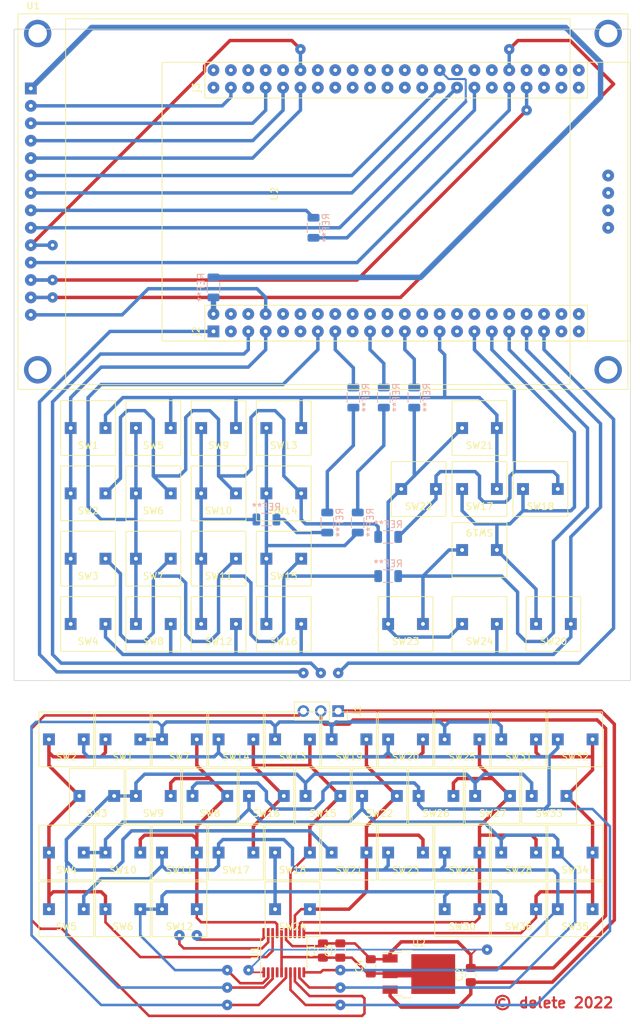
<source format=kicad_pcb>
(kicad_pcb (version 20211014) (generator pcbnew)
  (layers (0 "F.Cu" signal) (31 "B.Cu" signal) (34 "B.Paste" user) (35 "F.Paste" user) (36 "B.SilkS" user "B.Silkscreen") (37 "F.SilkS" user "F.Silkscreen") (38 "B.Mask" user) (39 "F.Mask" user) (44 "Edge.Cuts" user))
  (net 0 "")
  (net 1 "col_1")
  (net 2 "row_1")
  (net 3 "row_2")
  (net 4 "row_3")
  (net 5 "row_4")
  (net 6 "col_2")
  (net 7 "col_3")
  (net 8 "col_4")
  (net 16 "unconnected-(U2-Pad39)")
  (net 21 "col_5")
  (net 22 "col_6")
  (net 23 "qspi_flash")
  (net 24 "sd")
  (net 32 "usb")
  (net 34 "btn_1")
  (net 35 "led_1")
  (net 39 "btn_2")
  (net 40 "cs_tft")
  (net 41 "reset_tft")
  (net 42 "dc_tft")
  (net 43 "mosi_tft")
  (net 44 "sck_tft")
  (net 45 "led_tft")
  (net 46 "miso_tft")
  (net 47 "sck_touch")
  (net 48 "cs_touch")
  (net 49 "mosi_touch")
  (net 50 "miso_touch")
  (net 51 "irg_touch")
  (net 52 "uart_rx_keyboard")
  (net 53 "+5V")
  (net 54 "GND")
  (net 55 "+3V3")
  (footprint "my_lib:btn_8x8" (layer "F.Cu") (at 112.29 150.1775)
    (fp_text reference "SW35")
    (fp_text value "SW_DIP_x01")
  )
  (footprint "my_lib:btn_8x8" (layer "F.Cu") (at 50.695 99.06)
    (fp_text reference "SW7")
    (fp_text value "SW_DIP_x01")
  )
  (footprint "my_lib:btn_8x8" (layer "F.Cu") (at 41.17 99.06)
    (fp_text reference "SW3")
    (fp_text value "SW_DIP_x01")
  )
  (footprint "my_lib:C_0805_2012Metric_Pad1.18x1.45mm_HandSolder" (layer "F.Cu") (at 72.92 156.21 90)
    (fp_text reference "C1")
    (fp_text value "100nF")
  )
  (footprint "my_lib:btn_8x8" (layer "F.Cu") (at 87.525 108.585)
    (fp_text reference "SW23")
    (fp_text value "SW_DIP_x01")
  )
  (footprint "my_lib:btn_8x8" (layer "F.Cu") (at 41.17 108.585)
    (fp_text reference "SW4")
    (fp_text value "SW_DIP_x01")
  )
  (footprint "my_lib:btn_8x8" (layer "F.Cu") (at 41.17 80.01)
    (fp_text reference "SW1")
    (fp_text value "SW_DIP_x01")
  )
  (footprint "my_lib:PinSocket_1x03_P2.54mm_Vertical" (layer "F.Cu") (at 75.146803 121.285 -90)
    (fp_text reference "J1")
    (fp_text value "Conn_01x03")
  )
  (footprint "my_lib:btn_8x8" (layer "F.Cu") (at 50.695 89.535)
    (fp_text reference "SW6")
    (fp_text value "SW_DIP_x01")
  )
  (footprint "my_lib:C_0805_2012Metric_Pad1.18x1.45mm_HandSolder" (layer "F.Cu") (at 94.51 159.7875 90)
    (fp_text reference "C2")
    (fp_text value "10mF")
  )
  (footprint "my_lib:btn_8x8" (layer "F.Cu") (at 54.505 150.1775)
    (fp_text reference "SW12")
    (fp_text value "SW_DIP_x01")
  )
  (footprint "my_lib:btn_8x8" (layer "F.Cu") (at 75.46 133.6675)
    (fp_text reference "SW15")
    (fp_text value "SW_DIP_x01")
  )
  (footprint "my_lib:btn_8x8" (layer "F.Cu") (at 79.27 141.9225)
    (fp_text reference "SW21")
    (fp_text value "SW_DIP_x01")
  )
  (footprint "my_lib:btn_8x8" (layer "F.Cu") (at 37.995 125.4125)
    (fp_text reference "SW2")
    (fp_text value "SW_DIP_x01")
  )
  (footprint "my_lib:btn_8x8" (layer "F.Cu") (at 54.505 141.9225)
    (fp_text reference "SW11")
    (fp_text value "SW_DIP_x01")
  )
  (footprint "my_lib:btn_8x8" (layer "F.Cu") (at 83.715 133.6675)
    (fp_text reference "SW22")
    (fp_text value "SW_DIP_x01")
  )
  (footprint "my_lib:C_0805_2012Metric_Pad1.18x1.45mm_HandSolder" (layer "F.Cu") (at 75.46 156.21 90)
    (fp_text reference "C3")
    (fp_text value "4.7mF")
  )
  (footprint "my_lib:btn_8x8" (layer "F.Cu") (at 60.22 108.585)
    (fp_text reference "SW12")
    (fp_text value "SW_DIP_x01")
  )
  (footprint "my_lib:btn_8x8" (layer "F.Cu") (at 46.25 141.9225)
    (fp_text reference "SW10")
    (fp_text value "SW_DIP_x01")
  )
  (footprint "my_lib:btn_8x8" (layer "F.Cu") (at 112.29 125.4125)
    (fp_text reference "SW32")
    (fp_text value "SW_DIP_x01")
  )
  (footprint "my_lib:btn_8x8" (layer "F.Cu") (at 67.205 133.6675)
    (fp_text reference "SW16")
    (fp_text value "SW_DIP_x01")
  )
  (footprint "my_lib:btn_8x8" (layer "F.Cu") (at 60.22 89.535)
    (fp_text reference "SW10")
    (fp_text value "SW_DIP_x01")
  )
  (footprint "my_lib:C_0805_2012Metric_Pad1.18x1.45mm_HandSolder" (layer "F.Cu") (at 79.905 158.5175 90)
    (fp_text reference "C4")
    (fp_text value "22mF")
  )
  (footprint "my_lib:btn_8x8" (layer "F.Cu") (at 104.035 125.4125)
    (fp_text reference "SW31")
    (fp_text value "SW_DIP_x01")
  )
  (footprint "my_lib:stm32h734vit6_black_super_pill" (layer "F.Cu") (at 56.94 65.915 90)
    (fp_text reference "U2")
    (fp_text value "stm32h743vit6_black_super_pill")
  )
  (footprint "my_lib:btn_8x8" (layer "F.Cu") (at 104.035 150.1775)
    (fp_text reference "SW36")
    (fp_text value "SW_DIP_x01")
  )
  (footprint "my_lib:btn_8x8" (layer "F.Cu") (at 42.44 133.6675)
    (fp_text reference "SW3")
    (fp_text value "SW_DIP_x01")
  )
  (footprint "my_lib:btn_8x8" (layer "F.Cu") (at 104.035 141.9225)
    (fp_text reference "SW28")
    (fp_text value "SW_DIP_x01")
  )
  (footprint "my_lib:btn_8x8" (layer "F.Cu") (at 62.76 141.9225)
    (fp_text reference "SW17")
    (fp_text value "SW_DIP_x01")
  )
  (footprint "my_lib:btn_8x8" (layer "F.Cu") (at 95.78 141.9225)
    (fp_text reference "SW29")
    (fp_text value "SW_DIP_x01")
  )
  (footprint "my_lib:btn_8x8" (layer "F.Cu") (at 98.32 80.01)
    (fp_text reference "SW21")
    (fp_text value "SW_DIP_x01")
  )
  (footprint "my_lib:TSSOP-20_4.4x6.5mm_P0.65mm" (layer "F.Cu") (at 67.205 156.5275 90)
    (fp_text reference "U1")
    (fp_text value "STM32F030F4Px")
  )
  (footprint "my_lib:TO-252-3_TabPin2" (layer "F.Cu") (at 86.925 159.64)
    (fp_text reference "U2")
    (fp_text value "AMS1117CD-3.3")
  )
  (footprint "my_lib:btn_8x8" (layer "F.Cu") (at 109.115 108.585)
    (fp_text reference "SW20")
    (fp_text value "SW_DIP_x01")
  )
  (footprint "my_lib:btn_8x8" (layer "F.Cu") (at 54.505 125.4125)
    (fp_text reference "SW7")
    (fp_text value "SW_DIP_x01")
  )
  (footprint "my_lib:btn_8x8" (layer "F.Cu") (at 108.48 133.6675)
    (fp_text reference "SW33")
    (fp_text value "SW_DIP_x01")
  )
  (footprint "my_lib:btn_8x8" (layer "F.Cu") (at 37.995 141.9225)
    (fp_text reference "SW4")
    (fp_text value "SW_DIP_x01")
  )
  (footprint "my_lib:btn_8x8" (layer "F.Cu") (at 91.97 133.6675)
    (fp_text reference "SW26")
    (fp_text value "SW_DIP_x01")
  )
  (footprint "my_lib:btn_8x8" (layer "F.Cu") (at 71.015 125.4125)
    (fp_text reference "SW13")
    (fp_text value "SW_DIP_x01")
  )
  (footprint "my_lib:btn_8x8" (layer "F.Cu") (at 112.29 141.9225)
    (fp_text reference "SW34")
    (fp_text value "SW_DIP_x01")
  )
  (footprint "my_lib:btn_8x8" (layer "F.Cu") (at 107.21 88.9)
    (fp_text reference "SW18")
    (fp_text value "SW_DIP_x01")
  )
  (footprint "my_lib:btn_8x8" (layer "F.Cu") (at 87.525 141.9225)
    (fp_text reference "SW23")
    (fp_text value "SW_DIP_x01")
  )
  (footprint "my_lib:btn_8x8" (layer "F.Cu") (at 79.27 125.4125)
    (fp_text reference "SW19")
    (fp_text value "SW_DIP_x01")
  )
  (footprint "my_lib:btn_8x8" (layer "F.Cu") (at 46.25 125.4125)
    (fp_text reference "SW1")
    (fp_text value "SW_DIP_x01")
  )
  (footprint "my_lib:btn_8x8" (layer "F.Cu") (at 100.225 133.6675)
    (fp_text reference "SW27")
    (fp_text value "SW_DIP_x01")
  )
  (footprint "my_lib:btn_8x8" (layer "F.Cu") (at 50.695 108.585)
    (fp_text reference "SW8")
    (fp_text value "SW_DIP_x01")
  )
  (footprint "my_lib:btn_8x8" (layer "F.Cu") (at 98.32 108.585)
    (fp_text reference "SW24")
    (fp_text value "SW_DIP_x01")
  )
  (footprint "my_lib:btn_8x8" (layer "F.Cu") (at 69.745 89.535)
    (fp_text reference "SW14")
    (fp_text value "SW_DIP_x01")
  )
  (footprint "my_lib:btn_8x8" (layer "F.Cu") (at 50.695 133.6675)
    (fp_text reference "SW9")
    (fp_text value "SW_DIP_x01")
  )
  (footprint "my_lib:btn_8x8" (layer "F.Cu") (at 71.015 150.1775)
    (fp_text reference "SW24")
    (fp_text value "SW_DIP_x01")
  )
  (footprint "my_lib:btn_8x8" (layer "F.Cu") (at 41.17 89.535)
    (fp_text reference "SW2")
    (fp_text value "SW_DIP_x01")
  )
  (footprint "my_lib:btn_8x8" (layer "F.Cu") (at 95.78 150.1775)
    (fp_text reference "SW30")
    (fp_text value "SW_DIP_x01")
  )
  (footprint "my_lib:btn_8x8" (layer "F.Cu") (at 89.43 88.9)
    (fp_text reference "SW22")
    (fp_text value "SW_DIP_x01")
  )
  (footprint "my_lib:btn_8x8" (layer "F.Cu") (at 69.745 108.585)
    (fp_text reference "SW16")
    (fp_text value "SW_DIP_x01")
  )
  (footprint "my_lib:btn_8x8" (layer "F.Cu") (at 95.78 125.4125)
    (fp_text reference "SW25")
    (fp_text value "SW_DIP_x01")
  )
  (footprint "my_lib:ili9341_3.2" (layer "F.Cu") (at 30.27 30.48)
    (fp_text reference "U1")
    (fp_text value "ili9341_touch_3.2")
  )
  (footprint "my_lib:btn_8x8" (layer "F.Cu") (at 69.745 80.01)
    (fp_text reference "SW13")
    (fp_text value "SW_DIP_x01")
  )
  (footprint "my_lib:btn_8x8" (layer "F.Cu") (at 87.525 125.4125)
    (fp_text reference "SW20")
    (fp_text value "SW_DIP_x01")
  )
  (footprint "my_lib:btn_8x8" (layer "F.Cu") (at 62.76 125.4125)
    (fp_text reference "SW14")
    (fp_text value "SW_DIP_x01")
  )
  (footprint "my_lib:btn_8x8" (layer "F.Cu") (at 71.015 141.9225)
    (fp_text reference "SW18")
    (fp_text value "SW_DIP_x01")
  )
  (footprint "my_lib:btn_8x8" (layer "F.Cu") (at 50.695 80.01)
    (fp_text reference "SW5")
    (fp_text value "SW_DIP_x01")
  )
  (footprint "my_lib:btn_8x8" (layer "F.Cu") (at 58.95 133.6675)
    (fp_text reference "SW8")
    (fp_text value "SW_DIP_x01")
  )
  (footprint "my_lib:btn_8x8" (layer "F.Cu") (at 93.24 97.79 180)
    (fp_text reference "SW19")
    (fp_text value "SW_DIP_x01")
  )
  (footprint "my_lib:btn_8x8" (layer "F.Cu") (at 46.25 150.1775)
    (fp_text reference "SW6")
    (fp_text value "SW_DIP_x01")
  )
  (footprint "my_lib:btn_8x8" (layer "F.Cu") (at 60.22 80.01)
    (fp_text reference "SW9")
    (fp_text value "SW_DIP_x01")
  )
  (footprint "my_lib:btn_8x8" (layer "F.Cu") (at 98.32 88.9)
    (fp_text reference "SW17")
    (fp_text value "SW_DIP_x01")
  )
  (footprint "my_lib:btn_8x8" (layer "F.Cu") (at 60.22 99.06)
    (fp_text reference "SW11")
    (fp_text value "SW_DIP_x01")
  )
  (footprint "my_lib:btn_8x8" (layer "F.Cu") (at 69.745 99.06)
    (fp_text reference "SW15")
    (fp_text value "SW_DIP_x01")
  )
  (footprint "my_lib:btn_8x8" (layer "F.Cu") (at 37.995 150.1775)
    (fp_text reference "SW5")
    (fp_text value "SW_DIP_x01")
  )
  (footprint "Resistor_SMD:R_1206_3216Metric" (layer "B.Cu") (at 82.445 95.885 180)
    (fp_text reference "REF**")
    (fp_text value "R_1206_3216Metric")
  )
  (footprint "Resistor_SMD:R_1206_3216Metric" (layer "B.Cu") (at 82.445 101.6 180)
    (fp_text reference "REF**")
    (fp_text value "R_1206_3216Metric")
  )
  (footprint "Resistor_SMD:R_1206_3216Metric" (layer "B.Cu") (at 81.81 75.565 90)
    (fp_text reference "REF**")
    (fp_text value "R_1206_3216Metric")
  )
  (footprint "Resistor_SMD:R_1206_3216Metric" (layer "B.Cu") (at 56.94 59.4975 -90)
    (fp_text reference "REF**")
    (fp_text value "R_1206_3216Metric")
  )
  (footprint "Resistor_SMD:R_1206_3216Metric" (layer "B.Cu") (at 77.365 75.565 90)
    (fp_text reference "REF**")
    (fp_text value "R_1206_3216Metric")
  )
  (footprint "Resistor_SMD:R_1206_3216Metric" (layer "B.Cu") (at 78 93.7875 90)
    (fp_text reference "REF**")
    (fp_text value "R_1206_3216Metric")
  )
  (footprint "Resistor_SMD:R_1206_3216Metric" (layer "B.Cu") (at 64.665 93.345 180)
    (fp_text reference "REF**")
    (fp_text value "R_1206_3216Metric")
  )
  (footprint "Resistor_SMD:R_1206_3216Metric" (layer "B.Cu") (at 71.545 50.8 90)
    (fp_text reference "REF**")
    (fp_text value "R_1206_3216Metric")
  )
  (footprint "Resistor_SMD:R_1206_3216Metric" (layer "B.Cu") (at 86.255 75.565 90)
    (fp_text reference "REF**")
    (fp_text value "R_1206_3216Metric")
  )
  (footprint "Resistor_SMD:R_1206_3216Metric" (layer "B.Cu") (at 73.555 93.7875 90)
    (fp_text reference "REF**")
    (fp_text value "R_1206_3216Metric")
  )
  (gr_rect (start 27.815 21.84) (end 117.815 116.84) (layer "Edge.Cuts") (width 0.1) (fill none))
  (gr_text "© delete 2022" (at 106.575 163.83) (layer "F.Cu") (effects (font (size 1.5 1.5) (thickness 0.3))))
  (segment (start 65.58 156.2475) (end 64.665 157.1625) (width 0.375) (layer "F.Cu") (net 0))
  (segment (start 92.605 154.94) (end 94.51 156.845) (width 0.5) (layer "F.Cu") (net 0))
  (segment (start 54.505 140.0175) (end 54.505 138.1125) (width 0.5) (layer "F.Cu") (net 0))
  (segment (start 32.915 125.4125) (end 32.915 129.2225) (width 0.5) (layer "F.Cu") (net 0))
  (segment (start 112.29 137.4775) (end 108.48 133.6675) (width 0.5) (layer "F.Cu") (net 0))
  (segment (start 94.51 162.56) (end 94.51 160.825) (width 0.5) (layer "F.Cu") (net 0))
  (segment (start 41.17 152.0825) (end 41.17 150.1775) (width 0.375) (layer "F.Cu") (net 0))
  (segment (start 73.178579 123.19) (end 72.606803 122.618224) (width 0.5) (layer "F.Cu") (net 0))
  (segment (start 104.67 147.6375) (end 112.29 147.6375) (width 0.5) (layer "F.Cu") (net 0))
  (segment (start 104.035 151.4475) (end 104.035 150.1775) (width 0.375) (layer "F.Cu") (net 0))
  (segment (start 104.035 140.0175) (end 103.4 139.3825) (width 0.5) (layer "F.Cu") (net 0))
  (segment (start 92.605 164.465) (end 94.51 162.56) (width 0.5) (layer "F.Cu") (net 0))
  (segment (start 46.25 157.1625) (end 41.17 152.0825) (width 0.375) (layer "F.Cu") (net 0))
  (segment (start 33.55 147.6375) (end 32.915 148.2725) (width 0.5) (layer "F.Cu") (net 0))
  (segment (start 69.745 150.1775) (end 71.015 150.1775) (width 0.375) (layer "F.Cu") (net 0))
  (segment (start 95.280064 156.074936) (end 94.51 156.845) (width 0.25) (layer "F.Cu") (net 0))
  (segment (start 66.23 153.665) (end 66.23 152.3775) (width 0.375) (layer "F.Cu") (net 0))
  (segment (start 46.25 140.0175) (end 46.885 139.3825) (width 0.5) (layer "F.Cu") (net 0))
  (segment (start 86.89 127.9525) (end 79.27 127.9525) (width 0.5) (layer "F.Cu") (net 0))
  (segment (start 41.17 127.3175) (end 41.17 125.4125) (width 0.5) (layer "F.Cu") (net 0))
  (segment (start 62.76 138.1125) (end 67.205 133.6675) (width 0.5) (layer "F.Cu") (net 0))
  (segment (start 72.92 159.0675) (end 75.46 159.0675) (width 0.375) (layer "F.Cu") (net 0))
  (segment (start 54.505 125.4125) (end 54.505 129.2225) (width 0.5) (layer "F.Cu") (net 0))
  (segment (start 40.535 147.6375) (end 33.55 147.6375) (width 0.5) (layer "F.Cu") (net 0))
  (segment (start 79.27 138.1125) (end 83.715 133.6675) (width 0.5) (layer "F.Cu") (net 0))
  (segment (start 72.587206 121.286923) (end 72.606803 121.267326) (width 0.5) (layer "F.Cu") (net 0))
  (segment (start 115.465 151.765) (end 115.465 123.19) (width 0.5) (layer "F.Cu") (net 0))
  (segment (start 62.76 141.9225) (end 62.76 138.1125) (width 0.5) (layer "F.Cu") (net 0))
  (segment (start 62.376984 159.39) (end 62.053957 159.066973) (width 0.25) (layer "F.Cu") (net 0))
  (segment (start 51.965 153.9875) (end 51.965 155.2575) (width 0.375) (layer "F.Cu") (net 0))
  (segment (start 54.505 129.2225) (end 56.41 131.1275) (width 0.5) (layer "F.Cu") (net 0))
  (segment (start 68.18 144.7575) (end 71.015 141.9225) (width 0.375) (layer "F.Cu") (net 0))
  (segment (start 91.97 133.6675) (end 91.97 131.7625) (width 0.5) (layer "F.Cu") (net 0))
  (segment (start 82.605 157.48) (end 82.725 157.36) (width 0.375) (layer "F.Cu") (net 0))
  (segment (start 64.93 154.9925) (end 64.93 153.665) (width 0.375) (layer "F.Cu") (net 0))
  (segment (start 72.5975 159.39) (end 72.92 159.0675) (width 0.375) (layer "F.Cu") (net 0))
  (segment (start 72.606803 122.618224) (end 72.606803 121.285) (width 0.5) (layer "F.Cu") (net 0))
  (segment (start 71.015 129.2225) (end 75.46 133.6675) (width 0.5) (layer "F.Cu") (net 0))
  (segment (start 96.890443 156.074936) (end 95.280064 156.074936) (width 0.25) (layer "F.Cu") (net 0))
  (segment (start 95.78 141.9225) (end 95.78 139.3825) (width 0.5) (layer "F.Cu") (net 0))
  (segment (start 112.29 129.8575) (end 108.48 133.6675) (width 0.5) (layer "F.Cu") (net 0))
  (segment (start 60.855 160.9725) (end 58.95 159.0675) (width 0.375) (layer "F.Cu") (net 0))
  (segment (start 95.78 139.3825) (end 95.78 138.1125) (width 0.5) (layer "F.Cu") (net 0))
  (segment (start 52.6 155.8925) (end 64.03 155.8925) (width 0.375) (layer "F.Cu") (net 0))
  (segment (start 104.035 141.9225) (end 104.035 140.0175) (width 0.5) (layer "F.Cu") (net 0))
  (segment (start 32.915 129.2225) (end 37.36 133.6675) (width 0.5) (layer "F.Cu") (net 0))
  (segment (start 33.55 127.9525) (end 40.535 127.9525) (width 0.5) (layer "F.Cu") (net 0))
  (segment (start 82.725 162.84) (end 84.35 164.465) (width 0.5) (layer "F.Cu") (net 0))
  (segment (start 54.505 151.4475) (end 54.505 150.1775) (width 0.375) (layer "F.Cu") (net 0))
  (segment (start 54.505 138.1125) (end 58.95 133.6675) (width 0.5) (layer "F.Cu") (net 0))
  (segment (start 87.525 127.3175) (end 86.89 127.9525) (width 0.5) (layer "F.Cu") (net 0))
  (segment (start 95.78 138.1125) (end 100.225 133.6675) (width 0.5) (layer "F.Cu") (net 0))
  (segment (start 112.925 122.555) (end 112.895489 122.584511) (width 0.5) (layer "F.Cu") (net 0))
  (segment (start 112.29 125.4125) (end 112.29 127.9525) (width 0.5) (layer "F.Cu") (net 0))
  (segment (start 104.035 150.1775) (end 104.035 148.2725) (width 0.5) (layer "F.Cu") (net 0))
  (segment (start 79.27 125.4125) (end 79.27 127.9525) (width 0.5) (layer "F.Cu") (net 0))
  (segment (start 95.78 150.1775) (end 95.78 141.9225) (width 0.5) (layer "F.Cu") (net 0))
  (segment (start 95.78 125.4125) (end 95.78 129.2225) (width 0.5) (layer "F.Cu") (net 0))
  (segment (start 66.23 152.3775) (end 65.935 152.0825) (width 0.375) (layer "F.Cu") (net 0))
  (segment (start 50.695 131.7625) (end 51.33 131.1275) (width 0.5) (layer "F.Cu") (net 0))
  (segment (start 64.301244 161.6075) (end 65.58 160.328744) (width 0.375) (layer "F.Cu") (net 0))
  (segment (start 64.28 154.3725) (end 64.03 154.6225) (width 0.375) (layer "F.Cu") (net 0))
  (segment (start 72.92 157.2475) (end 75.46 157.2475) (width 0.375) (layer "F.Cu") (net 0))
  (segment (start 114.195 151.13) (end 114.195 123.825) (width 0.5) (layer "F.Cu") (net 0))
  (segment (start 112.29 150.1775) (end 112.29 147.6375) (width 0.5) (layer "F.Cu") (net 0))
  (segment (start 94.51 160.825) (end 106.405 160.825) (width 0.5) (layer "F.Cu") (net 0))
  (segment (start 72.8425 157.17) (end 72.92 157.2475) (width 0.375) (layer "F.Cu") (net 0))
  (segment (start 58.95 164.1475) (end 63.54875 164.1475) (width 0.375) (layer "F.Cu") (net 0))
  (segment (start 103.4 139.3825) (end 95.78 139.3825) (width 0.5) (layer "F.Cu") (net 0))
  (segment (start 51.965 155.2575) (end 52.6 155.8925) (width 0.375) (layer "F.Cu") (net 0))
  (segment (start 70.38 164.1475) (end 75.46 164.1475) (width 0.375) (layer "F.Cu") (net 0))
  (segment (start 76.73 150.1775) (end 79.27 147.6375) (width 0.5) (layer "F.Cu") (net 0))
  (segment (start 62.76 125.4125) (end 62.76 129.2225) (width 0.5) (layer "F.Cu") (net 0))
  (segment (start 104.035 127.3175) (end 104.67 127.9525) (width 0.5) (layer "F.Cu") (net 0))
  (segment (start 64.28 159.39) (end 62.376984 159.39) (width 0.25) (layer "F.Cu") (net 0))
  (segment (start 69.745 152.0825) (end 95.145 152.0825) (width 0.375) (layer "F.Cu") (net 0))
  (segment (start 106.575 158.75) (end 114.195 151.13) (width 0.5) (layer "F.Cu") (net 0))
  (segment (start 50.695 133.6675) (end 50.695 131.7625) (width 0.5) (layer "F.Cu") (net 0))
  (segment (start 82.725 161.92) (end 82.725 162.84) (width 0.5) (layer "F.Cu") (net 0))
  (segment (start 69.48 159.39) (end 69.48 160.16625) (width 0.375) (layer "F.Cu") (net 0))
  (segment (start 69.48 152.3475) (end 69.745 152.0825) (width 0.375) (layer "F.Cu") (net 0))
  (segment (start 66.88 157.17) (end 72.8425 157.17) (width 0.375) (layer "F.Cu") (net 0))
  (segment (start 82.725 157.36) (end 82.725 156.565) (width 0.5) (layer "F.Cu") (net 0))
  (segment (start 51.33 131.1275) (end 56.41 131.1275) (width 0.5) (layer "F.Cu") (net 0))
  (segment (start 72.5175 155.575) (end 72.92 155.1725) (width 0.375) (layer "F.Cu") (net 0))
  (segment (start 67.53 154.63) (end 68.475 155.575) (width 0.375) (layer "F.Cu") (net 0))
  (segment (start 67.53 160.16625) (end 67.53 159.39) (width 0.375) (layer "F.Cu") (net 0))
  (segment (start 106.405 160.825) (end 115.465 151.765) (width 0.5) (layer "F.Cu") (net 0))
  (segment (start 54.505 154.6225) (end 54.505 153.9875) (width 0.375) (layer "F.Cu") (net 0))
  (segment (start 114.195 123.825) (end 112.925 122.555) (width 0.5) (layer "F.Cu") (net 0))
  (segment (start 92.605 131.1275) (end 97.685 131.1275) (width 0.5) (layer "F.Cu") (net 0))
  (segment (start 87.525 140.0175) (end 86.89 139.3825) (width 0.5) (layer "F.Cu") (net 0))
  (segment (start 67.53 153.665) (end 67.53 154.63) (width 0.375) (layer "F.Cu") (net 0))
  (segment (start 79.905 157.48) (end 82.605 157.48) (width 0.375) (layer "F.Cu") (net 0))
  (segment (start 65.58 153.665) (end 65.58 156.2475) (width 0.375) (layer "F.Cu") (net 0))
  (segment (start 32.915 125.4125) (end 32.915 127.3175) (width 0.5) (layer "F.Cu") (net 0))
  (segment (start 71.015 150.1775) (end 76.73 150.1775) (width 0.5) (layer "F.Cu") (net 0))
  (segment (start 68.18 161.9475) (end 70.38 164.1475) (width 0.375) (layer "F.Cu") (net 0))
  (segment (start 69.48 160.16625) (end 70.92125 161.6075) (width 0.375) (layer "F.Cu") (net 0))
  (segment (start 64.93 159.39) (end 64.93 160.16625) (width 0.375) (layer "F.Cu") (net 0))
  (segment (start 79.905 159.555) (end 82.64 159.555) (width 0.375) (layer "F.Cu") (net 0))
  (segment (start 104.67 127.9525) (end 112.29 127.9525) (width 0.5) (layer "F.Cu") (net 0))
  (segment (start 68.18 153.665) (end 68.18 144.7575) (width 0.375) (layer "F.Cu") (net 0))
  (segment (start 32.915 141.9225) (end 32.915 138.1125) (width 0.5) (layer "F.Cu") (net 0))
  (segment (start 70.92125 161.6075) (end 75.46 161.6075) (width 0.375) (layer "F.Cu") (net 0))
  (segment (start 79.27 147.6375) (end 79.27 141.9225) (width 0.5) (layer "F.Cu") (net 0))
  (segment (start 94.51 156.845) (end 94.51 158.75) (width 0.5) (layer "F.Cu") (net 0))
  (segment (start 46.885 139.3825) (end 53.87 139.3825) (width 0.5) (layer "F.Cu") (net 0))
  (segment (start 69.48 153.665) (end 69.48 152.3475) (width 0.375) (layer "F.Cu") (net 0))
  (segment (start 115.465 123.19) (end 113.56 121.285) (width 0.5) (layer "F.Cu") (net 0))
  (segment (start 77.5975 155.1725) (end 75.46 155.1725) (width 0.375) (layer "F.Cu") (net 0))
  (segment (start 68.475 155.575) (end 72.5175 155.575) (width 0.375) (layer "F.Cu") (net 0))
  (segment (start 97.685 131.1275) (end 100.225 133.6675) (width 0.5) (layer "F.Cu") (net 0))
  (segment (start 112.29 141.9225) (end 112.29 137.4775) (width 0.5) (layer "F.Cu") (net 0))
  (segment (start 87.525 141.9225) (end 87.525 140.0175) (width 0.5) (layer "F.Cu") (net 0))
  (segment (start 64.665 157.1625) (end 46.25 157.1625) (width 0.375) (layer "F.Cu") (net 0))
  (segment (start 64.28 153.665) (end 64.28 154.3725) (width 0.375) (layer "F.Cu") (net 0))
  (segment (start 65.58 160.328744) (end 65.58 159.39) (width 0.375) (layer "F.Cu") (net 0))
  (segment (start 41.17 148.2725) (end 40.535 147.6375) (width 0.5) (layer "F.Cu") (net 0))
  (segment (start 86.89 139.3825) (end 79.27 139.3825) (width 0.5) (layer "F.Cu") (net 0))
  (segment (start 53.87 139.3825) (end 54.505 140.0175) (width 0.5) (layer "F.Cu") (net 0))
  (segment (start 63.54875 164.1475) (end 67.53 160.16625) (width 0.375) (layer "F.Cu") (net 0))
  (segment (start 79.27 141.9225) (end 79.27 139.3825) (width 0.5) (layer "F.Cu") (net 0))
  (segment (start 79.44 159.555) (end 77.1325 157.2475) (width 0.375) (layer "F.Cu") (net 0))
  (segment (start 56.41 131.1275) (end 58.95 133.6675) (width 0.5) (layer "F.Cu") (net 0))
  (segment (start 79.27 129.2225) (end 83.715 133.6675) (width 0.5) (layer "F.Cu") (net 0))
  (segment (start 82.64 159.555) (end 82.725 159.64) (width 0.375) (layer "F.Cu") (net 0))
  (segment (start 95.145 152.0825) (end 95.78 151.4475) (width 0.375) (layer "F.Cu") (net 0))
  (segment (start 66.88 153.665) (end 66.88 157.17) (width 0.375) (layer "F.Cu") (net 0))
  (segment (start 64.93 160.16625) (end 64.12375 160.9725) (width 0.375) (layer "F.Cu") (net 0))
  (segment (start 70.13 159.39) (end 72.5975 159.39) (width 0.375) (layer "F.Cu") (net 0))
  (segment (start 32.915 148.2725) (end 32.915 150.1775) (width 0.5) (layer "F.Cu") (net 0))
  (segment (start 40.535 127.9525) (end 41.17 127.3175) (width 0.5) (layer "F.Cu") (net 0))
  (segment (start 32.915 141.9225) (end 32.915 148.2725) (width 0.5) (layer "F.Cu") (net 0))
  (segment (start 71.015 141.9225) (end 71.015 138.1125) (width 0.5) (layer "F.Cu") (net 0))
  (segment (start 41.17 150.1775) (end 41.17 148.2725) (width 0.5) (layer "F.Cu") (net 0))
  (segment (start 101.8175 153.665) (end 104.035 151.4475) (width 0.375) (layer "F.Cu") (net 0))
  (segment (start 55.14 152.0825) (end 54.505 151.4475) (width 0.375) (layer "F.Cu") (net 0))
  (segment (start 112.29 147.6375) (end 112.29 141.9225) (width 0.5) (layer "F.Cu") (net 0))
  (segment (start 58.95 161.6075) (end 64.301244 161.6075) (width 0.375) (layer "F.Cu") (net 0))
  (segment (start 95.78 151.4475) (end 95.78 150.1775) (width 0.375) (layer "F.Cu") (net 0))
  (segment (start 62.76 129.2225) (end 71.015 129.2225) (width 0.5) (layer "F.Cu") (net 0))
  (segment (start 64.03 154.6225) (end 54.505 154.6225) (width 0.375) (layer "F.Cu") (net 0))
  (segment (start 71.015 125.4125) (end 71.015 129.2225) (width 0.5) (layer "F.Cu") (net 0))
  (segment (start 62.76 129.2225) (end 67.205 133.6675) (width 0.5) (layer "F.Cu") (net 0))
  (segment (start 112.895489 122.584511) (end 77.335489 122.584511) (width 0.5) (layer "F.Cu") (net 0))
  (segment (start 77.1325 157.2475) (end 75.46 157.2475) (width 0.375) (layer "F.Cu") (net 0))
  (segment (start 95.78 129.2225) (end 97.685 131.1275) (width 0.5) (layer "F.Cu") (net 0))
  (segment (start 71.015 138.1125) (end 75.46 133.6675) (width 0.5) (layer "F.Cu") (net 0))
  (segment (start 32.915 138.1125) (end 37.36 133.6675) (width 0.5) (layer "F.Cu") (net 0))
  (segment (start 79.905 159.555) (end 79.44 159.555) (width 0.375) (layer "F.Cu") (net 0))
  (segment (start 112.29 127.9525) (end 112.29 129.8575) (width 0.5) (layer "F.Cu") (net 0))
  (segment (start 94.51 158.75) (end 106.575 158.75) (width 0.5) (layer "F.Cu") (net 0))
  (segment (start 91.97 131.7625) (end 92.605 131.1275) (width 0.5) (layer "F.Cu") (net 0))
  (segment (start 79.905 157.48) (end 77.5975 155.1725) (width 0.375) (layer "F.Cu") (net 0))
  (segment (start 54.505 141.9225) (end 54.505 150.1775) (width 0.5) (layer "F.Cu") (net 0))
  (segment (start 113.56 121.285) (end 75.146803 121.285) (width 0.5) (layer "F.Cu") (net 0))
  (segment (start 64.12375 160.9725) (end 60.855 160.9725) (width 0.375) (layer "F.Cu") (net 0))
  (segment (start 68.83 151.0925) (end 69.745 150.1775) (width 0.375) (layer "F.Cu") (net 0))
  (segment (start 87.525 125.4125) (end 87.525 127.3175) (width 0.5) (layer "F.Cu") (net 0))
  (segment (start 46.25 141.9225) (end 46.25 140.0175) (width 0.5) (layer "F.Cu") (net 0))
  (segment (start 77.335489 122.584511) (end 76.73 123.19) (width 0.5) (layer "F.Cu") (net 0))
  (segment (start 84.35 164.465) (end 92.605 164.465) (width 0.5) (layer "F.Cu") (net 0))
  (segment (start 68.18 159.39) (end 68.18 161.9475) (width 0.375) (layer "F.Cu") (net 0))
  (segment (start 79.27 139.3825) (end 79.27 138.1125) (width 0.5) (layer "F.Cu") (net 0))
  (segment (start 104.035 148.2725) (end 104.67 147.6375) (width 0.5) (layer "F.Cu") (net 0))
  (segment (start 79.27 127.9525) (end 79.27 129.2225) (width 0.5) (layer "F.Cu") (net 0))
  (segment (start 84.35 154.94) (end 92.605 154.94) (width 0.5) (layer "F.Cu") (net 0))
  (segment (start 104.035 125.4125) (end 104.035 127.3175) (width 0.5) (layer "F.Cu") (net 0))
  (segment (start 64.03 155.8925) (end 64.93 154.9925) (width 0.375) (layer "F.Cu") (net 0))
  (segment (start 72.92 155.1725) (end 75.46 155.1725) (width 0.375) (layer "F.Cu") (net 0))
  (segment (start 82.725 156.565) (end 84.35 154.94) (width 0.5) (layer "F.Cu") (net 0))
  (segment (start 89.025 159.64) (end 82.725 159.64) (width 1) (layer "F.Cu") (net 0))
  (segment (start 54.505 141.9225) (end 54.505 140.0175) (width 0.5) (layer "F.Cu") (net 0))
  (segment (start 68.83 153.665) (end 68.83 151.0925) (width 0.375) (layer "F.Cu") (net 0))
  (segment (start 76.73 123.19) (end 73.178579 123.19) (width 0.5) (layer "F.Cu") (net 0))
  (segment (start 65.935 152.0825) (end 55.14 152.0825) (width 0.375) (layer "F.Cu") (net 0))
  (segment (start 66.88 157.17) (end 66.88 159.39) (width 0.375) (layer "F.Cu") (net 0))
  (segment (start 70.13 153.665) (end 101.8175 153.665) (width 0.375) (layer "F.Cu") (net 0))
  (segment (start 32.915 127.3175) (end 33.55 127.9525) (width 0.5) (layer "F.Cu") (net 0))
  (via (at 75.46 164.1475) (size 1.524) (drill 0.5) (layers "F.Cu" "B.Cu") (net 0))
  (via (at 54.505 153.9875) (size 1.524) (drill 0.5) (layers "F.Cu" "B.Cu") (net 0))
  (via (at 51.965 153.9875) (size 1.524) (drill 0.5) (layers "F.Cu" "B.Cu") (net 0))
  (via (at 75.46 159.0675) (size 1.524) (drill 0.5) (layers "F.Cu" "B.Cu") (net 0))
  (via (at 96.890443 156.074936) (size 1.524) (drill 0.5) (layers "F.Cu" "B.Cu") (net 0))
  (via (at 58.95 159.0675) (size 1.524) (drill 0.5) (layers "F.Cu" "B.Cu") (net 0))
  (via (at 75.46 161.6075) (size 1.524) (drill 0.5) (layers "F.Cu" "B.Cu") (net 0))
  (via (at 58.95 161.6075) (size 1.524) (drill 0.5) (layers "F.Cu" "B.Cu") (net 0))
  (via (at 62.053957 159.066973) (size 1.524) (drill 0.5) (layers "F.Cu" "B.Cu") (net 0))
  (via (at 58.95 164.1475) (size 1.524) (drill 0.5) (layers "F.Cu" "B.Cu") (net 0))
  (segment (start 95.145 131.7625) (end 95.145 133.6675) (width 0.5) (layer "B.Cu") (net 0))
  (segment (start 54.505 131.7625) (end 63.395 131.7625) (width 0.5) (layer "B.Cu") (net 0))
  (segment (start 65.935 123.5075) (end 66.57 122.8725) (width 0.5) (layer "B.Cu") (net 0))
  (segment (start 65.045994 156.074936) (end 96.890443 156.074936) (width 0.25) (layer "B.Cu") (net 0))
  (segment (start 109.75 144.4625) (end 107.21 141.9225) (width 0.375) (layer "B.Cu") (net 0))
  (segment (start 62.053957 159.066973) (end 65.045994 156.074936) (width 0.25) (layer "B.Cu") (net 0))
  (segment (start 37.995 127.3175) (end 38.63 127.9525) (width 0.5) (layer "B.Cu") (net 0))
  (segment (start 40.535 145.7325) (end 47.52 145.7325) (width 0.5) (layer "B.Cu") (net 0))
  (segment (start 49.425 123.5075) (end 50.06 122.8725) (width 0.5) (layer "B.Cu") (net 0))
  (segment (start 37.995 150.1775) (end 37.995 148.2725) (width 0.5) (layer "B.Cu") (net 0))
  (segment (start 106.575 144.4625) (end 107.21 145.0975) (width 0.5) (layer "B.Cu") (net 0))
  (segment (start 31.01 122.8725) (end 48.79 122.8725) (width 0.375) (layer "B.Cu") (net 0))
  (segment (start 105.94 127.9525) (end 107.21 126.6825) (width 0.5) (layer "B.Cu") (net 0))
  (segment (start 87.525 135.5725) (end 104.67 135.5725) (width 0.5) (layer "B.Cu") (net 0))
  (segment (start 63.395 131.7625) (end 64.665 133.0325) (width 0.5) (layer "B.Cu") (net 0))
  (segment (start 47.52 145.7325) (end 49.425 143.8275) (width 0.5) (layer "B.Cu") (net 0))
  (segment (start 98.32 122.8725) (end 98.955 123.5075) (width 0.5) (layer "B.Cu") (net 0))
  (segment (start 90.065 122.8725) (end 90.7 123.5075) (width 0.5) (layer "B.Cu") (net 0))
  (segment (start 73.555 122.8725) (end 74.19 123.5075) (width 0.5) (layer "B.Cu") (net 0))
  (segment (start 46.25 150.1775) (end 49.425 150.1775) (width 0.5) (layer "B.Cu") (net 0))
  (segment (start 44.98 138.7475) (end 43.71 140.0175) (width 0.5) (layer "B.Cu") (net 0))
  (segment (start 86.255 131.7625) (end 86.89 132.3975) (width 0.5) (layer "B.Cu") (net 0))
  (segment (start 45.615 133.6675) (end 45.615 131.7625) (width 0.5) (layer "B.Cu") (net 0))
  (segment (start 90.7 123.5075) (end 90.7 125.4125) (width 0.5) (layer "B.Cu") (net 0))
  (segment (start 74.825 122.8725) (end 90.065 122.8725) (width 0.5) (layer "B.Cu") (net 0))
  (segment (start 98.955 140.0175) (end 99.59 139.3825) (width 0.5) (layer "B.Cu") (net 0))
  (segment (start 70.38 131.7625) (end 70.38 133.6675) (width 0.5) (layer "B.Cu") (net 0))
  (segment (start 57.045 144.4625) (end 57.68 143.8275) (width 0.5) (layer "B.Cu") (net 0))
  (segment (start 112.29 135.5725) (end 104.67 135.5725) (width 0.375) (layer "B.Cu") (net 0))
  (segment (start 91.335 122.8725) (end 98.32 122.8725) (width 0.5) (layer "B.Cu") (net 0))
  (segment (start 74.19 131.7625) (end 86.255 131.7625) (width 0.5) (layer "B.Cu") (net 0))
  (segment (start 104.67 135.5725) (end 105.305 135.5725) (width 0.5) (layer "B.Cu") (net 0))
  (segment (start 53.87 133.6675) (end 53.87 132.3975) (width 0.5) (layer "B.Cu") (net 0))
  (segment (start 104.035 164.1475) (end 114.83 153.3525) (width 0.375) (layer "B.Cu") (net 0))
  (segment (start 57.045 127.9525) (end 57.68 127.3175) (width 0.5) (layer "B.Cu") (net 0))
  (segment (start 36.725 144.4625) (end 35.455 143.1925) (width 0.5) (layer "B.Cu") (net 0))
  (segment (start 45.615 131.7625) (end 46.885 130.4925) (width 0.5) (layer "B.Cu") (net 0))
  (segment (start 105.94 134.9375) (end 105.94 127.9525) (width 0.5) (layer "B.Cu") (net 0))
  (segment (start 46.25 153.9875) (end 46.25 150.1775) (width 0.375) (layer "B.Cu") (net 0))
  (segment (start 49.425 148.2725) (end 49.425 150.1775) (width 0.5) (layer "B.Cu") (net 0))
  (segment (start 107.21 140.0175) (end 107.21 141.9225) (width 0.5) (layer "B.Cu") (net 0))
  (segment (start 98.955 148.2725) (end 98.955 150.1775) (width 0.5) (layer "B.Cu") (net 0))
  (segment (start 42.44 144.4625) (end 36.725 144.4625) (width 0.5) (layer "B.Cu") (net 0))
  (segment (start 81.81 144.4625) (end 90.065 144.4625) (width 0.5) (layer "B.Cu") (net 0))
  (segment (start 57.68 141.9225) (end 57.68 140.6525) (width 0.5) (layer "B.Cu") (net 0))
  (segment (start 48.79 122.8725) (end 49.425 123.5075) (width 0.375) (layer "B.Cu") (net 0))
  (segment (start 82.445 127.3175) (end 82.445 125.4125) (width 0.5) (layer "B.Cu") (net 0))
  (segment (start 68.475 143.8275) (end 69.11 144.4625) (width 0.5) (layer "B.Cu") (net 0))
  (segment (start 41.17 141.9225) (end 41.17 140.0175) (width 0.5) (layer "B.Cu") (net 0))
  (segment (start 65.935 150.1775) (end 65.935 141.9225) (width 0.5) (layer "B.Cu") (net 0))
  (segment (start 98.32 159.0675) (end 107.21 150.1775) (width 0.375) (layer "B.Cu") (net 0))
  (segment (start 96.415 130.4925) (end 102.13 130.4925) (width 0.5) (layer "B.Cu") (net 0))
  (segment (start 98.955 123.5075) (end 98.955 125.4125) (width 0.5) (layer "B.Cu") (net 0))
  (segment (start 86.89 134.9375) (end 87.525 135.5725) (width 0.5) (layer "B.Cu") (net 0))
  (segment (start 93.875 130.4925) (end 95.145 131.7625) (width 0.5) (layer "B.Cu") (net 0))
  (segment (start 58.315 140.0175) (end 67.205 140.0175) (width 0.5) (layer "B.Cu") (net 0))
  (segment (start 81.81 127.9525) (end 82.445 127.3175) (width 0.5) (layer "B.Cu") (net 0))
  (segment (start 83.08 127.9525) (end 105.94 127.9525) (width 0.5) (layer "B.Cu") (net 0))
  (segment (start 58.95 159.0675) (end 51.33 159.0675) (width 0.375) (layer "B.Cu") (net 0))
  (segment (start 80.54 137.4775) (end 96.415 137.4775) (width 0.5) (layer "B.Cu") (net 0))
  (segment (start 49.425 143.8275) (end 50.06 144.4625) (width 0.5) (layer "B.Cu") (net 0))
  (segment (start 50.06 144.4625) (end 57.045 144.4625) (width 0.5) (layer "B.Cu") (net 0))
  (segment (start 71.65 130.4925) (end 93.875 130.4925) (width 0.5) (layer "B.Cu") (net 0))
  (segment (start 40.535 164.1475) (end 30.375 153.9875) (width 0.375) (layer "B.Cu") (net 0))
  (segment (start 102.13 130.4925) (end 103.4 131.7625) (width 0.5) (layer "B.Cu") (net 0))
  (segment (start 37.995 148.2725) (end 40.535 145.7325) (width 0.5) (layer "B.Cu") (net 0))
  (segment (start 51.33 159.0675) (end 46.25 153.9875) (width 0.375) (layer "B.Cu") (net 0))
  (segment (start 64.03 137.4775) (end 76.73 137.4775) (width 0.5) (layer "B.Cu") (net 0))
  (segment (start 82.445 127.3175) (end 83.08 127.9525) (width 0.5) (layer "B.Cu") (net 0))
  (segment (start 41.17 140.0175) (end 43.71 137.4775) (width 0.5) (layer "B.Cu") (net 0))
  (segment (start 65.935 135.5725) (end 71.65 135.5725) (width 0.5) (layer "B.Cu") (net 0))
  (segment (start 76.73 137.4775) (end 78.635 135.5725) (width 0.5) (layer "B.Cu") (net 0))
  (segment (start 95.145 131.7625) (end 96.415 130.4925) (width 0.5) (layer "B.Cu") (net 0))
  (segment (start 50.06 147.6375) (end 49.425 148.2725) (width 0.5) (layer "B.Cu") (net 0))
  (segment (start 64.665 133.0325) (end 64.665 134.3025) (width 0.5) (layer "B.Cu") (net 0))
  (segment (start 65.935 123.5075) (end 65.935 125.4125) (width 0.5) (layer "B.Cu") (net 0))
  (segment (start 72.92 133.0325) (end 74.19 131.7625) (width 0.5) (layer "B.Cu") (net 0))
  (segment (start 30.375 153.9875) (end 30.375 123.5075) (width 0.375) (layer "B.Cu") (net 0))
  (segment (start 82.445 143.8275) (end 82.445 141.9225) (width 0.5) (layer "B.Cu") (net 0))
  (segment (start 69.11 144.4625) (end 81.81 144.4625) (width 0.5) (layer "B.Cu") (net 0))
  (segment (start 75.46 164.1475) (end 104.035 164.1475) (width 0.375) (layer "B.Cu") (net 0))
  (segment (start 65.3 122.8725) (end 65.935 123.5075) (width 0.5) (layer "B.Cu") (net 0))
  (segment (start 42.44 133.6675) (end 45.615 133.6675) (width 0.5) (layer "B.Cu") (net 0))
  (segment (start 41.805 133.6675) (end 42.44 133.6675) (width 0.5) (layer "B.Cu") (net 0))
  (segment (start 69.11 130.4925) (end 70.38 131.7625) (width 0.5) (layer "B.Cu") (net 0))
  (segment (start 107.21 126.6825) (end 107.21 125.4125) (width 0.5) (layer "B.Cu") (net 0))
  (segment (start 90.7 148.2725) (end 91.335 147.6375) (width 0.5) (layer "B.Cu") (net 0))
  (segment (start 90.065 144.4625) (end 106.575 144.4625) (width 0.5) (layer "B.Cu") (net 0))
  (segment (start 72.92 134.3025) (end 72.92 133.0325) (width 0.5) (layer "B.Cu") (net 0))
  (segment (start 49.425 125.4125) (end 49.425 123.5075) (width 0.5) (layer "B.Cu") (net 0))
  (segment (start 35.455 140.0175) (end 41.805 133.6675) (width 0.5) (layer "B.Cu") (net 0))
  (segment (start 78.635 135.5725) (end 78.635 133.6675) (width 0.5) (layer "B.Cu") (net 0))
  (segment (start 49.425 143.8275) (end 49.425 141.9225) (width 0.5) (layer "B.Cu") (net 0))
  (segment (start 30.375 123.5075) (end 31.01 122.8725) (width 0.375) (layer "B.Cu") (net 0))
  (segment (start 106.575 139.3825) (end 107.21 140.0175) (width 0.5) (layer "B.Cu") (net 0))
  (segment (start 103.4 131.7625) (end 103.4 133.6675) (width 0.5) (layer "B.Cu") (net 0))
  (segment (start 86.89 132.3975) (end 86.89 133.6675) (width 0.5) (layer "B.Cu") (net 0))
  (segment (start 60.22 137.4775) (end 62.125 135.5725) (width 0.5) (layer "B.Cu") (net 0))
  (segment (start 46.885 130.4925) (end 69.11 130.4925) (width 0.5) (layer "B.Cu") (net 0))
  (segment (start 37.995 141.9225) (end 41.17 141.9225) (width 0.5) (layer "B.Cu") (net 0))
  (segment (start 38.63 127.9525) (end 57.045 127.9525) (width 0.5) (layer "B.Cu") (net 0))
  (segment (start 35.455 143.1925) (end 35.455 140.0175) (width 0.5) (layer "B.Cu") (net 0))
  (segment (start 46.25 125.4125) (end 49.425 125.4125) (width 0.5) (layer "B.Cu") (net 0))
  (segment (start 37.995 125.4125) (end 37.995 127.3175) (width 0.5) (layer "B.Cu") (net 0))
  (segment (start 43.71 140.0175) (end 43.71 143.1925) (width 0.5) (layer "B.Cu") (net 0))
  (segment (start 100.225 161.6075) (end 109.75 152.0825) (width 0.375) (layer "B.Cu") (net 0))
  (segment (start 105.305 135.5725) (end 105.94 134.9375) (width 0.5) (layer "B.Cu") (net 0))
  (segment (start 81.81 144.4625) (end 82.445 143.8275) (width 0.5) (layer "B.Cu") (net 0))
  (segment (start 109.75 152.0825) (end 109.75 144.4625) (width 0.375) (layer "B.Cu") (net 0))
  (segment (start 71.015 138.7475) (end 44.98 138.7475) (width 0.5) (layer "B.Cu") (net 0))
  (segment (start 71.65 135.5725) (end 72.92 134.3025) (width 0.5) (layer "B.Cu") (net 0))
  (segment (start 58.95 164.1475) (end 40.535 164.1475) (width 0.375) (layer "B.Cu") (net 0))
  (segment (start 86.89 133.6675) (end 86.89 134.9375) (width 0.5) (layer "B.Cu") (net 0))
  (segment (start 57.68 127.3175) (end 58.315 127.9525) (width 0.5) (layer "B.Cu") (net 0))
  (segment (start 75.46 161.6075) (end 100.225 161.6075) (width 0.375) (layer "B.Cu") (net 0))
  (segment (start 75.46 159.0675) (end 98.32 159.0675) (width 0.375) (layer "B.Cu") (net 0))
  (segment (start 74.19 123.5075) (end 74.825 122.8725) (width 0.5) (layer "B.Cu") (net 0))
  (segment (start 43.075 161.6075) (end 35.455 153.9875) (width 0.375) (layer "B.Cu") (net 0))
  (segment (start 58.95 161.6075) (end 43.075 161.6075) (width 0.375) (layer "B.Cu") (net 0))
  (segment (start 107.21 145.0975) (end 107.21 150.1775) (width 0.5) (layer "B.Cu") (net 0))
  (segment (start 96.415 137.4775) (end 98.955 140.0175) (width 0.5) (layer "B.Cu") (net 0))
  (segment (start 99.59 139.3825) (end 106.575 139.3825) (width 0.5) (layer "B.Cu") (net 0))
  (segment (start 57.68 127.3175) (end 57.68 125.4125) (width 0.5) (layer "B.Cu") (net 0))
  (segment (start 43.71 137.4775) (end 60.22 137.4775) (width 0.5) (layer "B.Cu") (net 0))
  (segment (start 68.475 141.2875) (end 68.475 143.8275) (width 0.5) (layer "B.Cu") (net 0))
  (segment (start 53.87 132.3975) (end 54.505 131.7625) (width 0.5) (layer "B.Cu") (net 0))
  (segment (start 90.7 150.1775) (end 90.7 148.2725) (width 0.5) (layer "B.Cu") (net 0))
  (segment (start 67.205 140.0175) (end 68.475 141.2875) (width 0.5) (layer "B.Cu") (net 0))
  (segment (start 43.71 143.1925) (end 42.44 144.4625) (width 0.5) (layer "B.Cu") (net 0))
  (segment (start 98.955 141.9225) (end 98.955 140.0175) (width 0.5) (layer "B.Cu") (net 0))
  (segment (start 66.57 122.8725) (end 73.555 122.8725) (width 0.5) (layer "B.Cu") (net 0))
  (segment (start 78.635 135.5725) (end 80.54 137.4775) (width 0.5) (layer "B.Cu") (net 0))
  (segment (start 50.06 122.8725) (end 65.3 122.8725) (width 0.5) (layer "B.Cu") (net 0))
  (segment (start 35.455 153.9875) (end 35.455 143.1925) (width 0.375) (layer "B.Cu") (net 0))
  (segment (start 57.68 140.6525) (end 58.315 140.0175) (width 0.5) (layer "B.Cu") (net 0))
  (segment (start 57.68 143.8275) (end 57.68 141.9225) (width 0.5) (layer "B.Cu") (net 0))
  (segment (start 90.7 143.8275) (end 90.7 141.9225) (width 0.5) (layer "B.Cu") (net 0))
  (segment (start 74.19 123.5075) (end 74.19 125.4125) (width 0.5) (layer "B.Cu") (net 0))
  (segment (start 91.335 147.6375) (end 50.06 147.6375) (width 0.5) (layer "B.Cu") (net 0))
  (segment (start 62.125 135.5725) (end 62.125 133.6675) (width 0.5) (layer "B.Cu") (net 0))
  (segment (start 98.32 147.6375) (end 98.955 148.2725) (width 0.5) (layer "B.Cu") (net 0))
  (segment (start 91.335 147.6375) (end 98.32 147.6375) (width 0.5) (layer "B.Cu") (net 0))
  (segment (start 114.83 138.1125) (end 112.29 135.5725) (width 0.375) (layer "B.Cu") (net 0))
  (segment (start 70.38 131.7625) (end 71.65 130.4925) (width 0.5) (layer "B.Cu") (net 0))
  (segment (start 74.19 141.9225) (end 71.015 138.7475) (width 0.5) (layer "B.Cu") (net 0))
  (segment (start 114.83 153.3525) (end 114.83 138.1125) (width 0.375) (layer "B.Cu") (net 0))
  (segment (start 62.125 135.5725) (end 64.03 137.4775) (width 0.5) (layer "B.Cu") (net 0))
  (segment (start 90.7 123.5075) (end 91.335 122.8725) (width 0.5) (layer "B.Cu") (net 0))
  (segment (start 90.065 144.4625) (end 90.7 143.8275) (width 0.5) (layer "B.Cu") (net 0))
  (segment (start 58.315 127.9525) (end 81.81 127.9525) (width 0.5) (layer "B.Cu") (net 0))
  (segment (start 64.665 134.3025) (end 65.935 135.5725) (width 0.5) (layer "B.Cu") (net 0))
  (segment (start 40.535 71.12) (end 62.02 71.12) (width 0.5) (layer "B.Cu") (net 1))
  (segment (start 64.56 68.58) (end 64.56 65.915) (width 0.5) (layer "B.Cu") (net 1))
  (segment (start 36.09 108.585) (end 36.09 80.01) (width 0.5) (layer "B.Cu") (net 1))
  (segment (start 62.02 71.12) (end 64.56 68.58) (width 0.5) (layer "B.Cu") (net 1))
  (segment (start 36.09 75.565) (end 40.535 71.12) (width 0.5) (layer "B.Cu") (net 1))
  (segment (start 36.09 80.01) (end 36.09 75.565) (width 0.5) (layer "B.Cu") (net 1))
  (segment (start 95.78 75.565) (end 98.32 78.105) (width 0.5) (layer "B.Cu") (net 2))
  (segment (start 98.32 80.01) (end 98.32 88.9) (width 0.5) (layer "B.Cu") (net 2))
  (segment (start 50.695 80.01) (end 50.695 75.565) (width 0.5) (layer "B.Cu") (net 2))
  (segment (start 41.17 80.01) (end 41.17 78.105) (width 0.5) (layer "B.Cu") (net 2))
  (segment (start 90.7 69.32) (end 90.7 75.565) (width 0.5) (layer "B.Cu") (net 2))
  (segment (start 58.95 75.565) (end 69.11 75.565) (width 0.5) (layer "B.Cu") (net 2))
  (segment (start 98.32 78.105) (end 98.32 80.01) (width 0.5) (layer "B.Cu") (net 2))
  (segment (start 89.96 65.915) (end 89.96 68.58) (width 0.5) (layer "B.Cu") (net 2))
  (segment (start 60.22 75.565) (end 60.22 80.01) (width 0.5) (layer "B.Cu") (net 2))
  (segment (start 89.96 68.58) (end 90.7 69.32) (width 0.5) (layer "B.Cu") (net 2))
  (segment (start 43.71 75.565) (end 50.695 75.565) (width 0.5) (layer "B.Cu") (net 2))
  (segment (start 90.7 75.565) (end 95.78 75.565) (width 0.5) (layer "B.Cu") (net 2))
  (segment (start 50.695 75.565) (end 60.22 75.565) (width 0.5) (layer "B.Cu") (net 2))
  (segment (start 69.745 80.01) (end 69.745 75.565) (width 0.5) (layer "B.Cu") (net 2))
  (segment (start 69.11 75.565) (end 90.7 75.565) (width 0.5) (layer "B.Cu") (net 2))
  (segment (start 41.17 78.105) (end 43.71 75.565) (width 0.5) (layer "B.Cu") (net 2))
  (segment (start 80.9825 94.4225) (end 80.9825 95.885) (width 0.5) (layer "B.Cu") (net 3))
  (segment (start 62.409509 86.075491) (end 62.409509 78.455491) (width 0.5) (layer "B.Cu") (net 3))
  (segment (start 57.68 86.995) (end 61.49 86.995) (width 0.5) (layer "B.Cu") (net 3))
  (segment (start 90.065 86.36) (end 95.145 86.36) (width 0.5) (layer "B.Cu") (net 3))
  (segment (start 83.9075 95.885) (end 89.43 90.3625) (width 0.5) (layer "B.Cu") (net 3))
  (segment (start 51.965 86.995) (end 52.884509 86.075491) (width 0.5) (layer "B.Cu") (net 3))
  (segment (start 43.359509 87.345491) (end 43.359509 78.455491) (width 0.5) (layer "B.Cu") (net 3))
  (segment (start 63.395 77.47) (end 65.935 77.47) (width 0.5) (layer "B.Cu") (net 3))
  (segment (start 53.87 77.47) (end 56.41 77.47) (width 0.5) (layer "B.Cu") (net 3))
  (segment (start 107.21 86.995) (end 107.21 88.9) (width 0.5) (layer "B.Cu") (net 3))
  (segment (start 95.78 90.17) (end 96.415 90.805) (width 0.5) (layer "B.Cu") (net 3))
  (segment (start 52.884509 86.009509) (end 52.884509 78.455491) (width 0.5) (layer "B.Cu") (net 3))
  (segment (start 67.205 78.74) (end 67.205 86.995) (width 0.5) (layer "B.Cu") (net 3))
  (segment (start 41.17 89.535) (end 43.359509 87.345491) (width 0.5) (layer "B.Cu") (net 3))
  (segment (start 56.41 77.47) (end 57.68 78.74) (width 0.5) (layer "B.Cu") (net 3))
  (segment (start 89.43 88.9) (end 89.43 86.995) (width 0.5) (layer "B.Cu") (net 3))
  (segment (start 52.884509 86.075491) (end 52.884509 86.009509) (width 0.5) (layer "B.Cu") (net 3))
  (segment (start 100.225 86.995) (end 100.86 86.36) (width 0.5) (layer "B.Cu") (net 3))
  (segment (start 95.04 68.58) (end 100.86 74.4) (width 0.5) (layer "B.Cu") (net 3))
  (segment (start 80.54 93.98) (end 80.9825 94.4225) (width 0.5) (layer "B.Cu") (net 3))
  (segment (start 70.38 93.98) (end 80.54 93.98) (width 0.5) (layer "B.Cu") (net 3))
  (segment (start 96.415 90.805) (end 99.59 90.805) (width 0.5) (layer "B.Cu") (net 3))
  (segment (start 70.38 93.98) (end 69.745 93.345) (width 0.5) (layer "B.Cu") (net 3))
  (segment (start 65.935 77.47) (end 67.205 78.74) (width 0.5) (layer "B.Cu") (net 3))
  (segment (start 62.409509 78.455491) (end 63.395 77.47) (width 0.5) (layer "B.Cu") (net 3))
  (segment (start 95.04 65.915) (end 95.04 68.58) (width 0.5) (layer "B.Cu") (net 3))
  (segment (start 48.155 78.74) (end 48.155 86.995) (width 0.5) (layer "B.Cu") (net 3))
  (segment (start 95.145 86.36) (end 95.78 86.995) (width 0.5) (layer "B.Cu") (net 3))
  (segment (start 99.59 90.805) (end 100.225 90.17) (width 0.5) (layer "B.Cu") (net 3))
  (segment (start 100.86 86.36) (end 106.575 86.36) (width 0.5) (layer "B.Cu") (net 3))
  (segment (start 67.205 86.995) (end 69.745 89.535) (width 0.5) (layer "B.Cu") (net 3))
  (segment (start 43.359509 78.455491) (end 44.345 77.47) (width 0.5) (layer "B.Cu") (net 3))
  (segment (start 89.43 90.3625) (end 89.43 88.9) (width 0.5) (layer "B.Cu") (net 3))
  (segment (start 57.68 86.995) (end 60.22 89.535) (width 0.5) (layer "B.Cu") (net 3))
  (segment (start 46.885 77.47) (end 48.155 78.74) (width 0.5) (layer "B.Cu") (net 3))
  (segment (start 61.49 86.995) (end 62.409509 86.075491) (width 0.5) (layer "B.Cu") (net 3))
  (segment (start 100.86 74.4) (end 100.86 86.36) (width 0.5) (layer "B.Cu") (net 3))
  (segment (start 48.155 86.995) (end 51.965 86.995) (width 0.5) (layer "B.Cu") (net 3))
  (segment (start 48.155 86.995) (end 50.695 89.535) (width 0.5) (layer "B.Cu") (net 3))
  (segment (start 44.345 77.47) (end 46.885 77.47) (width 0.5) (layer "B.Cu") (net 3))
  (segment (start 69.745 89.535) (end 69.745 93.345) (width 0.5) (layer "B.Cu") (net 3))
  (segment (start 52.884509 78.455491) (end 53.87 77.47) (width 0.5) (layer "B.Cu") (net 3))
  (segment (start 106.575 86.36) (end 107.21 86.995) (width 0.5) (layer "B.Cu") (net 3))
  (segment (start 57.68 78.74) (end 57.68 86.995) (width 0.5) (layer "B.Cu") (net 3))
  (segment (start 89.43 86.995) (end 90.065 86.36) (width 0.5) (layer "B.Cu") (net 3))
  (segment (start 95.78 86.995) (end 95.78 90.17) (width 0.5) (layer "B.Cu") (net 3))
  (segment (start 100.225 90.17) (end 100.225 86.995) (width 0.5) (layer "B.Cu") (net 3))
  (segment (start 63.395 111.125) (end 62.409509 110.139509) (width 0.5) (layer "B.Cu") (net 4))
  (segment (start 101.345013 109.937355) (end 101.345013 103.928507) (width 0.5) (layer "B.Cu") (net 4))
  (segment (start 106.575 109.855) (end 105.305 111.125) (width 0.5) (layer "B.Cu") (net 4))
  (segment (start 83.9075 101.6) (end 87.525 101.6) (width 0.5) (layer "B.Cu") (net 4))
  (segment (start 44.345 111.125) (end 43.359509 110.139509) (width 0.5) (layer "B.Cu") (net 4))
  (segment (start 65.935 111.125) (end 63.395 111.125) (width 0.5) (layer "B.Cu") (net 4))
  (segment (start 87.525 101.6) (end 87.525 108.585) (width 0.5) (layer "B.Cu") (net 4))
  (segment (start 60.22 99.06) (end 57.68 101.6) (width 0.5) (layer "B.Cu") (net 4))
  (segment (start 56.41 111.125) (end 53.87 111.125) (width 0.5) (layer "B.Cu") (net 4))
  (segment (start 46.885 111.125) (end 44.345 111.125) (width 0.5) (layer "B.Cu") (net 4))
  (segment (start 93.24 97.79) (end 91.335 97.79) (width 0.5) (layer "B.Cu") (net 4))
  (segment (start 105.305 111.125) (end 102.532658 111.125) (width 0.5) (layer "B.Cu") (net 4))
  (segment (start 43.359509 110.139509) (end 43.359509 101.249509) (width 0.5) (layer "B.Cu") (net 4))
  (segment (start 99.016506 101.6) (end 87.525 101.6) (width 0.5) (layer "B.Cu") (net 4))
  (segment (start 111.55 80.01) (end 111.55 91.545) (width 0.5) (layer "B.Cu") (net 4))
  (segment (start 57.68 109.855) (end 56.41 111.125) (width 0.5) (layer "B.Cu") (net 4))
  (segment (start 48.155 109.855) (end 46.885 111.125) (width 0.5) (layer "B.Cu") (net 4))
  (segment (start 57.68 101.6) (end 57.68 109.855) (width 0.5) (layer "B.Cu") (net 4))
  (segment (start 100.12 65.915) (end 100.12 68.58) (width 0.5) (layer "B.Cu") (net 4))
  (segment (start 102.532658 111.125) (end 101.345013 109.937355) (width 0.5) (layer "B.Cu") (net 4))
  (segment (start 52.884509 110.139509) (end 52.884509 102.585491) (width 0.5) (layer "B.Cu") (net 4))
  (segment (start 43.359509 101.249509) (end 41.17 99.06) (width 0.5) (layer "B.Cu") (net 4))
  (segment (start 111.55 91.545) (end 106.575 96.52) (width 0.5) (layer "B.Cu") (net 4))
  (segment (start 67.205 101.6) (end 80.9825 101.6) (width 0.5) (layer "B.Cu") (net 4))
  (segment (start 61.424018 101.6) (end 62.409509 102.585491) (width 0.5) (layer "B.Cu") (net 4))
  (segment (start 101.345013 103.928507) (end 99.016506 101.6) (width 0.5) (layer "B.Cu") (net 4))
  (segment (start 53.87 111.125) (end 52.884509 110.139509) (width 0.5) (layer "B.Cu") (net 4))
  (segment (start 48.155 101.6) (end 51.899018 101.6) (width 0.5) (layer "B.Cu") (net 4))
  (segment (start 48.155 101.6) (end 48.155 109.855) (width 0.5) (layer "B.Cu") (net 4))
  (segment (start 67.205 109.855) (end 65.935 111.125) (width 0.5) (layer "B.Cu") (net 4))
  (segment (start 69.745 99.06) (end 67.205 101.6) (width 0.5) (layer "B.Cu") (net 4))
  (segment (start 51.899018 101.6) (end 52.884509 102.585491) (width 0.5) (layer "B.Cu") (net 4))
  (segment (start 57.68 101.6) (end 61.424018 101.6) (width 0.5) (layer "B.Cu") (net 4))
  (segment (start 100.12 68.58) (end 111.55 80.01) (width 0.5) (layer "B.Cu") (net 4))
  (segment (start 62.409509 110.139509) (end 62.409509 102.585491) (width 0.5) (layer "B.Cu") (net 4))
  (segment (start 67.205 101.6) (end 67.205 109.855) (width 0.5) (layer "B.Cu") (net 4))
  (segment (start 91.335 97.79) (end 87.525 101.6) (width 0.5) (layer "B.Cu") (net 4))
  (segment (start 50.695 99.06) (end 48.155 101.6) (width 0.5) (layer "B.Cu") (net 4))
  (segment (start 106.575 96.52) (end 106.575 109.855) (width 0.5) (layer "B.Cu") (net 4))
  (segment (start 109.115 110.49) (end 109.115 108.585) (width 0.5) (layer "B.Cu") (net 5))
  (segment (start 50.695 113.03) (end 50.695 108.585) (width 0.5) (layer "B.Cu") (net 5))
  (segment (start 43.71 113.03) (end 106.575 113.03) (width 0.5) (layer "B.Cu") (net 5))
  (segment (start 60.22 113.03) (end 60.22 108.585) (width 0.5) (layer "B.Cu") (net 5))
  (segment (start 69.745 113.03) (end 69.745 108.585) (width 0.5) (layer "B.Cu") (net 5))
  (segment (start 98.32 108.585) (end 98.32 113.03) (width 0.5) (layer "B.Cu") (net 5))
  (segment (start 41.17 108.585) (end 41.17 110.49) (width 0.5) (layer "B.Cu") (net 5))
  (segment (start 102.66 65.915) (end 102.66 68.58) (width 0.5) (layer "B.Cu") (net 5))
  (segment (start 109.115 95.885) (end 109.115 108.585) (width 0.5) (layer "B.Cu") (net 5))
  (segment (start 41.17 110.49) (end 43.71 113.03) (width 0.5) (layer "B.Cu") (net 5))
  (segment (start 102.66 68.58) (end 113.455 79.375) (width 0.5) (layer "B.Cu") (net 5))
  (segment (start 113.455 79.375) (end 113.455 91.545) (width 0.5) (layer "B.Cu") (net 5))
  (segment (start 106.575 113.03) (end 109.115 110.49) (width 0.5) (layer "B.Cu") (net 5))
  (segment (start 113.455 91.545) (end 109.115 95.885) (width 0.5) (layer "B.Cu") (net 5))
  (segment (start 67.1 73.66) (end 40.535 73.66) (width 0.5) (layer "B.Cu") (net 6))
  (segment (start 45.615 80.01) (end 45.615 93.345) (width 0.5) (layer "B.Cu") (net 6))
  (segment (start 45.615 93.345) (end 45.615 108.585) (width 0.5) (layer "B.Cu") (net 6))
  (segment (start 40.535 93.345) (end 45.615 93.345) (width 0.5) (layer "B.Cu") (net 6))
  (segment (start 38.63 75.565) (end 38.63 91.44) (width 0.5) (layer "B.Cu") (net 6))
  (segment (start 40.535 73.66) (end 38.63 75.565) (width 0.5) (layer "B.Cu") (net 6))
  (segment (start 72.18 68.58) (end 67.1 73.66) (width 0.5) (layer "B.Cu") (net 6))
  (segment (start 38.63 91.44) (end 40.535 93.345) (width 0.5) (layer "B.Cu") (net 6))
  (segment (start 72.18 65.915) (end 72.18 68.58) (width 0.5) (layer "B.Cu") (net 6))
  (segment (start 77.365 82.55) (end 77.365 77.0275) (width 0.5) (layer "B.Cu") (net 7))
  (segment (start 74.72 65.915) (end 74.72 68.58) (width 0.5) (layer "B.Cu") (net 7))
  (segment (start 77.365 71.225) (end 77.365 74.1025) (width 0.5) (layer "B.Cu") (net 7))
  (segment (start 74.72 68.58) (end 77.365 71.225) (width 0.5) (layer "B.Cu") (net 7))
  (segment (start 66.1275 93.345) (end 67.205 93.345) (width 0.5) (layer "B.Cu") (net 7))
  (segment (start 73.555 92.325) (end 73.555 86.36) (width 0.5) (layer "B.Cu") (net 7))
  (segment (start 55.14 108.585) (end 55.14 93.345) (width 0.5) (layer "B.Cu") (net 7))
  (segment (start 63.2025 93.345) (end 55.14 93.345) (width 0.5) (layer "B.Cu") (net 7))
  (segment (start 69.11 95.25) (end 73.555 95.25) (width 0.5) (layer "B.Cu") (net 7))
  (segment (start 73.555 86.36) (end 77.365 82.55) (width 0.5) (layer "B.Cu") (net 7))
  (segment (start 55.14 93.345) (end 55.14 80.01) (width 0.5) (layer "B.Cu") (net 7))
  (segment (start 67.205 93.345) (end 69.11 95.25) (width 0.5) (layer "B.Cu") (net 7))
  (segment (start 79.8 65.915) (end 79.8 68.58) (width 0.5) (layer "B.Cu") (net 8))
  (segment (start 64.665 80.01) (end 64.665 97.155) (width 0.5) (layer "B.Cu") (net 8))
  (segment (start 78 92.325) (end 78 86.36) (width 0.5) (layer "B.Cu") (net 8))
  (segment (start 81.81 70.59) (end 81.81 74.1025) (width 0.5) (layer "B.Cu") (net 8))
  (segment (start 78 86.36) (end 81.81 82.55) (width 0.5) (layer "B.Cu") (net 8))
  (segment (start 81.81 82.55) (end 81.81 77.0275) (width 0.5) (layer "B.Cu") (net 8))
  (segment (start 64.665 97.155) (end 76.095 97.155) (width 0.5) (layer "B.Cu") (net 8))
  (segment (start 79.8 68.58) (end 81.81 70.59) (width 0.5) (layer "B.Cu") (net 8))
  (segment (start 76.095 97.155) (end 78 95.25) (width 0.5) (layer "B.Cu") (net 8))
  (segment (start 64.665 97.155) (end 64.665 108.585) (width 0.5) (layer "B.Cu") (net 8))
  (via (at 75.146803 115.73) (size 1.524) (drill 0.5) (layers "F.Cu" "B.Cu") (net 16))
  (segment (start 75.146803 115.73) (end 75.195 115.73) (width 0.5) (layer "B.Cu") (net 16))
  (segment (start 105.2 68.58) (end 115.36 78.74) (width 0.5) (layer "B.Cu") (net 16))
  (segment (start 105.2 65.915) (end 105.2 68.58) (width 0.5) (layer "B.Cu") (net 16))
  (segment (start 115.36 109.22) (end 110.28 114.3) (width 0.5) (layer "B.Cu") (net 16))
  (segment (start 75.195 115.73) (end 76.625 114.3) (width 0.5) (layer "B.Cu") (net 16))
  (segment (start 110.28 114.3) (end 76.625 114.3) (width 0.5) (layer "B.Cu") (net 16))
  (segment (start 115.36 78.74) (end 115.36 109.22) (width 0.5) (layer "B.Cu") (net 16))
  (segment (start 93.24 92.075) (end 95.145 93.98) (width 0.5) (layer "B.Cu") (net 21))
  (segment (start 109.115 92.075) (end 102.13 92.075) (width 0.5) (layer "B.Cu") (net 21))
  (segment (start 97.58 65.915) (end 97.58 68.58) (width 0.5) (layer "B.Cu") (net 21))
  (segment (start 102.13 92.075) (end 102.13 88.9) (width 0.5) (layer "B.Cu") (net 21))
  (segment (start 104.035 103.505) (end 104.035 108.585) (width 0.5) (layer "B.Cu") (net 21))
  (segment (start 98.32 93.98) (end 100.225 93.98) (width 0.5) (layer "B.Cu") (net 21))
  (segment (start 109.645 80.645) (end 109.645 91.545) (width 0.5) (layer "B.Cu") (net 21))
  (segment (start 98.32 93.98) (end 98.32 97.79) (width 0.5) (layer "B.Cu") (net 21))
  (segment (start 93.24 88.9) (end 93.24 92.075) (width 0.5) (layer "B.Cu") (net 21))
  (segment (start 100.225 93.98) (end 102.13 92.075) (width 0.5) (layer "B.Cu") (net 21))
  (segment (start 95.145 93.98) (end 98.32 93.98) (width 0.5) (layer "B.Cu") (net 21))
  (segment (start 97.58 68.58) (end 109.645 80.645) (width 0.5) (layer "B.Cu") (net 21))
  (segment (start 109.645 91.545) (end 109.115 92.075) (width 0.5) (layer "B.Cu") (net 21))
  (segment (start 98.32 97.79) (end 104.035 103.505) (width 0.5) (layer "B.Cu") (net 21))
  (segment (start 86.255 69.955) (end 86.255 74.1025) (width 0.5) (layer "B.Cu") (net 22))
  (segment (start 86.255 77.0275) (end 86.255 86.995) (width 0.5) (layer "B.Cu") (net 22))
  (segment (start 91.335 110.49) (end 93.24 108.585) (width 0.5) (layer "B.Cu") (net 22))
  (segment (start 82.445 109.22) (end 83.715 110.49) (width 0.5) (layer "B.Cu") (net 22))
  (segment (start 86.255 86.995) (end 84.35 88.9) (width 0.5) (layer "B.Cu") (net 22))
  (segment (start 84.88 68.58) (end 86.255 69.955) (width 0.5) (layer "B.Cu") (net 22))
  (segment (start 82.445 108.585) (end 82.445 90.805) (width 0.5) (layer "B.Cu") (net 22))
  (segment (start 82.445 90.805) (end 84.35 88.9) (width 0.5) (layer "B.Cu") (net 22))
  (segment (start 84.88 65.915) (end 84.88 68.58) (width 0.5) (layer "B.Cu") (net 22))
  (segment (start 93.24 80.01) (end 86.255 86.995) (width 0.5) (layer "B.Cu") (net 22))
  (segment (start 83.715 110.49) (end 91.335 110.49) (width 0.5) (layer "B.Cu") (net 22))
  (segment (start 82.445 108.585) (end 82.445 109.22) (width 0.5) (layer "B.Cu") (net 22))
  (segment (start 62.655 35.56) (end 64.56 33.655) (width 0.5) (layer "B.Cu") (net 40))
  (segment (start 30.27 35.56) (end 62.655 35.56) (width 0.5) (layer "B.Cu") (net 40))
  (segment (start 64.56 33.655) (end 64.56 30.355) (width 0.5) (layer "B.Cu") (net 40))
  (segment (start 30.27 38.1) (end 62.655 38.1) (width 0.5) (layer "B.Cu") (net 41))
  (segment (start 67.1 33.655) (end 67.1 30.355) (width 0.5) (layer "B.Cu") (net 41))
  (segment (start 62.655 38.1) (end 67.1 33.655) (width 0.5) (layer "B.Cu") (net 41))
  (segment (start 62.655 40.64) (end 30.27 40.64) (width 0.5) (layer "B.Cu") (net 42))
  (segment (start 69.64 33.655) (end 62.655 40.64) (width 0.5) (layer "B.Cu") (net 42))
  (segment (start 69.64 30.355) (end 69.64 33.655) (width 0.5) (layer "B.Cu") (net 42))
  (segment (start 77.135 43.18) (end 89.96 30.355) (width 0.5) (layer "B.Cu") (net 43))
  (segment (start 30.27 43.18) (end 77.135 43.18) (width 0.5) (layer "B.Cu") (net 43))
  (segment (start 77.135 45.72) (end 92.5 30.355) (width 0.5) (layer "B.Cu") (net 44))
  (segment (start 30.27 45.72) (end 77.135 45.72) (width 0.5) (layer "B.Cu") (net 44))
  (segment (start 71.545 52.2625) (end 76.4325 52.2625) (width 0.5) (layer "B.Cu") (net 45))
  (segment (start 30.27 48.26) (end 70.4675 48.26) (width 0.5) (layer "B.Cu") (net 45))
  (segment (start 76.4325 52.2625) (end 95.04 33.655) (width 0.5) (layer "B.Cu") (net 45))
  (segment (start 70.4675 48.26) (end 71.545 49.3375) (width 0.5) (layer "B.Cu") (net 45))
  (segment (start 95.04 33.655) (end 95.04 30.355) (width 0.5) (layer "B.Cu") (net 45))
  (segment (start 93.77 29.21) (end 93.668635 29.108635) (width 0.3) (layer "B.Cu") (net 46))
  (segment (start 93.77 32.385) (end 93.77 29.21) (width 0.3) (layer "B.Cu") (net 46))
  (segment (start 91.253635 29.108635) (end 89.96 27.815) (width 0.3) (layer "B.Cu") (net 46))
  (segment (start 30.27 50.8) (end 75.355 50.8) (width 0.5) (layer "B.Cu") (net 46))
  (segment (start 93.668635 29.108635) (end 91.253635 29.108635) (width 0.3) (layer "B.Cu") (net 46))
  (segment (start 75.355 50.8) (end 93.77 32.385) (width 0.5) (layer "B.Cu") (net 46))
  (segment (start 59.345 23.495) (end 55.629 27.211) (width 0.5) (layer "F.Cu") (net 47))
  (segment (start 69.64 24.765) (end 68.37 23.495) (width 0.5) (layer "F.Cu") (net 47))
  (segment (start 55.629 27.211) (end 55.629 27.981) (width 0.5) (layer "F.Cu") (net 47))
  (segment (start 68.37 23.495) (end 59.345 23.495) (width 0.5) (layer "F.Cu") (net 47))
  (segment (start 55.629 27.981) (end 30.27 53.34) (width 0.5) (layer "F.Cu") (net 47))
  (via (at 33.445 53.34) (size 1.524) (drill 0.5) (layers "F.Cu" "B.Cu") (net 47))
  (via (at 69.64 24.765) (size 1.524) (drill 0.5) (layers "F.Cu" "B.Cu") (net 47))
  (segment (start 69.64 27.815) (end 69.64 24.765) (width 0.5) (layer "B.Cu") (net 47))
  (segment (start 33.445 53.34) (end 30.145 53.34) (width 0.5) (layer "B.Cu") (net 47))
  (segment (start 77.895 55.88) (end 100.12 33.655) (width 0.5) (layer "B.Cu") (net 48))
  (segment (start 30.27 55.88) (end 77.895 55.88) (width 0.5) (layer "B.Cu") (net 48))
  (segment (start 100.12 33.655) (end 100.12 30.355) (width 0.5) (layer "B.Cu") (net 48))
  (segment (start 77.895 58.42) (end 102.66 33.655) (width 0.5) (layer "F.Cu") (net 49))
  (segment (start 30.27 58.42) (end 77.895 58.42) (width 0.5) (layer "F.Cu") (net 49))
  (via (at 33.445 58.42) (size 1.524) (drill 0.5) (layers "F.Cu" "B.Cu") (net 49))
  (via (at 102.66 33.655) (size 1.524) (drill 0.5) (layers "F.Cu" "B.Cu") (net 49))
  (segment (start 33.445 58.42) (end 30.145 58.42) (width 0.5) (layer "B.Cu") (net 49))
  (segment (start 102.66 33.655) (end 102.66 30.355) (width 0.5) (layer "B.Cu") (net 49))
  (segment (start 101.39 23.495) (end 109.01 23.495) (width 0.5) (layer "F.Cu") (net 50))
  (segment (start 100.12 24.765) (end 101.39 23.495) (width 0.5) (layer "F.Cu") (net 50))
  (segment (start 109.01 23.495) (end 115.36 29.845) (width 0.5) (layer "F.Cu") (net 50))
  (segment (start 84.245 60.96) (end 30.27 60.96) (width 0.5) (layer "F.Cu") (net 50))
  (segment (start 115.36 29.845) (end 84.245 60.96) (width 0.5) (layer "F.Cu") (net 50))
  (via (at 33.445 60.96) (size 1.524) (drill 0.5) (layers "F.Cu" "B.Cu") (net 50))
  (via (at 100.12 24.765) (size 1.524) (drill 0.5) (layers "F.Cu" "B.Cu") (net 50))
  (segment (start 100.12 24.765) (end 100.12 27.815) (width 0.5) (layer "B.Cu") (net 50))
  (segment (start 33.445 60.96) (end 30.145 60.96) (width 0.5) (layer "B.Cu") (net 50))
  (segment (start 63.29 59.69) (end 64.56 60.96) (width 0.5) (layer "B.Cu") (net 51))
  (segment (start 30.27 63.5) (end 43.605 63.5) (width 0.5) (layer "B.Cu") (net 51))
  (segment (start 64.56 60.96) (end 64.56 63.375) (width 0.5) (layer "B.Cu") (net 51))
  (segment (start 43.605 63.5) (end 47.415 59.69) (width 0.5) (layer "B.Cu") (net 51))
  (segment (start 47.415 59.69) (end 63.29 59.69) (width 0.5) (layer "B.Cu") (net 51))
  (segment (start 70.965207 162.845798) (end 78.635 162.845798) (width 0.375) (layer "F.Cu") (net 53))
  (segment (start 30.375 123.825) (end 32.28 121.92) (width 0.375) (layer "F.Cu") (net 53))
  (segment (start 32.28 121.92) (end 69.431803 121.92) (width 0.375) (layer "F.Cu") (net 53))
  (segment (start 68.83 159.39) (end 68.83 160.710591) (width 0.375) (layer "F.Cu") (net 53))
  (segment (start 78.635 165.735) (end 47.52 165.735) (width 0.375) (layer "F.Cu") (net 53))
  (segment (start 30.395 30.605) (end 30.27 30.48) (width 0.5) (layer "F.Cu") (net 53))
  (segment (start 47.52 165.735) (end 34.82 153.035) (width 0.375) (layer "F.Cu") (net 53))
  (segment (start 34.82 153.035) (end 31.645 153.035) (width 0.375) (layer "F.Cu") (net 53))
  (segment (start 30.375 151.765) (end 30.375 123.825) (width 0.375) (layer "F.Cu") (net 53))
  (segment (start 78.984202 163.195) (end 78.984202 165.385798) (width 0.375) (layer "F.Cu") (net 53))
  (segment (start 69.431803 121.92) (end 70.066803 121.285) (width 0.375) (layer "F.Cu") (net 53))
  (segment (start 31.645 153.035) (end 30.375 151.765) (width 0.375) (layer "F.Cu") (net 53))
  (segment (start 78.984202 165.385798) (end 78.635 165.735) (width 0.375) (layer "F.Cu") (net 53))
  (segment (start 78.635 162.845798) (end 78.984202 163.195) (width 0.375) (layer "F.Cu") (net 53))
  (segment (start 68.83 160.710591) (end 70.965207 162.845798) (width 0.375) (layer "F.Cu") (net 53))
  (via (at 70.066803 115.73) (size 1.524) (drill 0.5) (layers "F.Cu" "B.Cu") (net 53))
  (segment (start 56.94 60.96) (end 56.94 63.375) (width 0.8) (layer "B.Cu") (net 53))
  (segment (start 87.17 58.035) (end 113.455 31.75) (width 0.8) (layer "B.Cu") (net 53))
  (segment (start 31.54 113.03) (end 31.54 76.2) (width 0.5) (layer "B.Cu") (net 53))
  (segment (start 113.455 31.75) (end 113.455 26.67) (width 0.8) (layer "B.Cu") (net 53))
  (segment (start 108.375 21.59) (end 39.16 21.59) (width 0.8) (layer "B.Cu") (net 53))
  (segment (start 39.16 21.59) (end 30.27 30.48) (width 0.8) (layer "B.Cu") (net 53))
  (segment (start 41.825 65.915) (end 56.94 65.915) (width 0.5) (layer "B.Cu") (net 53))
  (segment (start 113.455 26.67) (end 108.375 21.59) (width 0.8) (layer "B.Cu") (net 53))
  (segment (start 69.64 115.57) (end 34.08 115.57) (width 0.5) (layer "B.Cu") (net 53))
  (segment (start 34.08 115.57) (end 31.54 113.03) (width 0.5) (layer "B.Cu") (net 53))
  (segment (start 56.94 58.035) (end 87.17 58.035) (width 0.8) (layer "B.Cu") (net 53))
  (segment (start 31.54 76.2) (end 41.825 65.915) (width 0.5) (layer "B.Cu") (net 53))
  (via (at 72.606803 115.73) (size 1.524) (drill 0.5) (layers "F.Cu" "B.Cu") (net 54))
  (segment (start 62.02 68.58) (end 61.385 69.215) (width 0.5) (layer "B.Cu") (net 54))
  (segment (start 62.02 65.915) (end 62.02 68.58) (width 0.5) (layer "B.Cu") (net 54))
  (segment (start 71.176803 114.3) (end 72.606803 115.73) (width 0.5) (layer "B.Cu") (net 54))
  (segment (start 33.445 76.2) (end 33.445 113.03) (width 0.5) (layer "B.Cu") (net 54))
  (segment (start 30.27 33.02) (end 58.21 33.02) (width 0.5) (layer "B.Cu") (net 54))
  (segment (start 61.385 69.215) (end 40.43 69.215) (width 0.5) (layer "B.Cu") (net 54))
  (segment (start 34.715 114.3) (end 71.176803 114.3) (width 0.5) (layer "B.Cu") (net 54))
  (segment (start 59.48 31.75) (end 59.48 30.355) (width 0.5) (layer "B.Cu") (net 54))
  (segment (start 33.445 113.03) (end 34.715 114.3) (width 0.5) (layer "B.Cu") (net 54))
  (segment (start 40.43 69.215) (end 33.445 76.2) (width 0.5) (layer "B.Cu") (net 54))
  (segment (start 58.21 33.02) (end 59.48 31.75) (width 0.5) (layer "B.Cu") (net 54))
)
</source>
